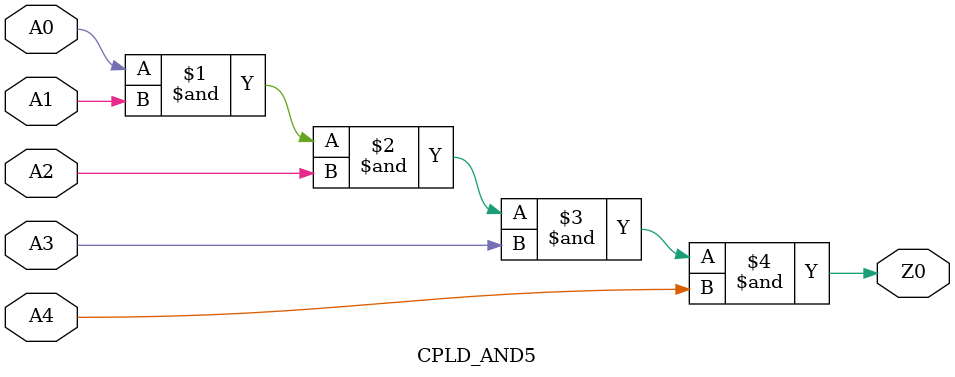
<source format=v>
module CPLD_AND5 (Z0, A0, A1, A2, A3, A4);
    input  A0;
    input  A1;
    input  A2;
    input  A3;
    input  A4;

    output  Z0;
    
    and INST1 (Z0, A0, A1, A2, A3, A4);
endmodule

</source>
